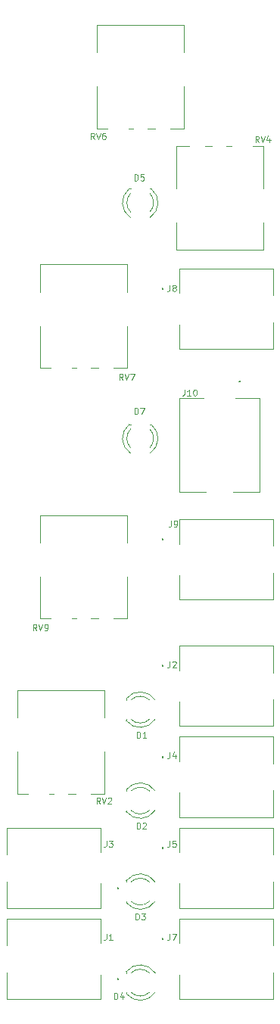
<source format=gbr>
G04 #@! TF.GenerationSoftware,KiCad,Pcbnew,(5.1.6-0-10_14)*
G04 #@! TF.CreationDate,2020-11-24T01:57:39-08:00*
G04 #@! TF.ProjectId,vcf-20,7663662d-3230-42e6-9b69-6361645f7063,rev?*
G04 #@! TF.SameCoordinates,Original*
G04 #@! TF.FileFunction,Legend,Top*
G04 #@! TF.FilePolarity,Positive*
%FSLAX46Y46*%
G04 Gerber Fmt 4.6, Leading zero omitted, Abs format (unit mm)*
G04 Created by KiCad (PCBNEW (5.1.6-0-10_14)) date 2020-11-24 01:57:39*
%MOMM*%
%LPD*%
G01*
G04 APERTURE LIST*
%ADD10C,0.200000*%
%ADD11C,0.100000*%
%ADD12C,0.120000*%
G04 APERTURE END LIST*
D10*
X26320000Y-50470000D02*
G75*
G02*
X26420000Y-50470000I50000J0D01*
G01*
X26420000Y-50470000D02*
G75*
G02*
X26320000Y-50470000I-50000J0D01*
G01*
X26320000Y-50470000D02*
G75*
G02*
X26420000Y-50470000I50000J0D01*
G01*
X26420000Y-50470000D02*
X26420000Y-50470000D01*
X26320000Y-50470000D02*
X26320000Y-50470000D01*
X26420000Y-50470000D02*
X26420000Y-50470000D01*
D11*
X19620000Y-62850000D02*
X19620000Y-62850000D01*
X22620000Y-62850000D02*
X19620000Y-62850000D01*
X22620000Y-62850000D02*
X22620000Y-62850000D01*
X19620000Y-62850000D02*
X22620000Y-62850000D01*
X19620000Y-62850000D02*
X19620000Y-52350000D01*
X19620000Y-62850000D02*
X19620000Y-62850000D01*
X19620000Y-52350000D02*
X19620000Y-62850000D01*
X19620000Y-52350000D02*
X19620000Y-52350000D01*
X22370000Y-52370000D02*
X22370000Y-52370000D01*
X19620000Y-52370000D02*
X22370000Y-52370000D01*
X19620000Y-52370000D02*
X19620000Y-52370000D01*
X22370000Y-52370000D02*
X19620000Y-52370000D01*
X28620000Y-52350000D02*
X28620000Y-52350000D01*
X25870000Y-52350000D02*
X28620000Y-52350000D01*
X25870000Y-52350000D02*
X25870000Y-52350000D01*
X28620000Y-52350000D02*
X25870000Y-52350000D01*
X28620000Y-52350000D02*
X28620000Y-62850000D01*
X28620000Y-52350000D02*
X28620000Y-52350000D01*
X28620000Y-62850000D02*
X28620000Y-52350000D01*
X28620000Y-62850000D02*
X28620000Y-62850000D01*
X25620000Y-62850000D02*
X25620000Y-62850000D01*
X28620000Y-62850000D02*
X25620000Y-62850000D01*
X28620000Y-62850000D02*
X28620000Y-62850000D01*
X25620000Y-62850000D02*
X28620000Y-62850000D01*
D10*
X17740000Y-40160000D02*
G75*
G02*
X17740000Y-40060000I0J50000D01*
G01*
X17740000Y-40060000D02*
G75*
G02*
X17740000Y-40160000I0J-50000D01*
G01*
X17740000Y-40160000D02*
G75*
G02*
X17740000Y-40060000I0J50000D01*
G01*
X17740000Y-40060000D02*
X17740000Y-40060000D01*
X17740000Y-40160000D02*
X17740000Y-40160000D01*
X17740000Y-40060000D02*
X17740000Y-40060000D01*
D11*
X30120000Y-46860000D02*
X30120000Y-46860000D01*
X30120000Y-43860000D02*
X30120000Y-46860000D01*
X30120000Y-43860000D02*
X30120000Y-43860000D01*
X30120000Y-46860000D02*
X30120000Y-43860000D01*
X30120000Y-46860000D02*
X19620000Y-46860000D01*
X30120000Y-46860000D02*
X30120000Y-46860000D01*
X19620000Y-46860000D02*
X30120000Y-46860000D01*
X19620000Y-46860000D02*
X19620000Y-46860000D01*
X19640000Y-44110000D02*
X19640000Y-44110000D01*
X19640000Y-46860000D02*
X19640000Y-44110000D01*
X19640000Y-46860000D02*
X19640000Y-46860000D01*
X19640000Y-44110000D02*
X19640000Y-46860000D01*
X19620000Y-37860000D02*
X19620000Y-37860000D01*
X19620000Y-40610000D02*
X19620000Y-37860000D01*
X19620000Y-40610000D02*
X19620000Y-40610000D01*
X19620000Y-37860000D02*
X19620000Y-40610000D01*
X19620000Y-37860000D02*
X30120000Y-37860000D01*
X19620000Y-37860000D02*
X19620000Y-37860000D01*
X30120000Y-37860000D02*
X19620000Y-37860000D01*
X30120000Y-37860000D02*
X30120000Y-37860000D01*
X30120000Y-40860000D02*
X30120000Y-40860000D01*
X30120000Y-37860000D02*
X30120000Y-40860000D01*
X30120000Y-37860000D02*
X30120000Y-37860000D01*
X30120000Y-40860000D02*
X30120000Y-37860000D01*
D10*
X17740000Y-112880000D02*
G75*
G02*
X17740000Y-112780000I0J50000D01*
G01*
X17740000Y-112780000D02*
G75*
G02*
X17740000Y-112880000I0J-50000D01*
G01*
X17740000Y-112880000D02*
G75*
G02*
X17740000Y-112780000I0J50000D01*
G01*
X17740000Y-112780000D02*
X17740000Y-112780000D01*
X17740000Y-112880000D02*
X17740000Y-112880000D01*
X17740000Y-112780000D02*
X17740000Y-112780000D01*
D11*
X30120000Y-119580000D02*
X30120000Y-119580000D01*
X30120000Y-116580000D02*
X30120000Y-119580000D01*
X30120000Y-116580000D02*
X30120000Y-116580000D01*
X30120000Y-119580000D02*
X30120000Y-116580000D01*
X30120000Y-119580000D02*
X19620000Y-119580000D01*
X30120000Y-119580000D02*
X30120000Y-119580000D01*
X19620000Y-119580000D02*
X30120000Y-119580000D01*
X19620000Y-119580000D02*
X19620000Y-119580000D01*
X19640000Y-116830000D02*
X19640000Y-116830000D01*
X19640000Y-119580000D02*
X19640000Y-116830000D01*
X19640000Y-119580000D02*
X19640000Y-119580000D01*
X19640000Y-116830000D02*
X19640000Y-119580000D01*
X19620000Y-110580000D02*
X19620000Y-110580000D01*
X19620000Y-113330000D02*
X19620000Y-110580000D01*
X19620000Y-113330000D02*
X19620000Y-113330000D01*
X19620000Y-110580000D02*
X19620000Y-113330000D01*
X19620000Y-110580000D02*
X30120000Y-110580000D01*
X19620000Y-110580000D02*
X19620000Y-110580000D01*
X30120000Y-110580000D02*
X19620000Y-110580000D01*
X30120000Y-110580000D02*
X30120000Y-110580000D01*
X30120000Y-113580000D02*
X30120000Y-113580000D01*
X30120000Y-110580000D02*
X30120000Y-113580000D01*
X30120000Y-110580000D02*
X30120000Y-110580000D01*
X30120000Y-113580000D02*
X30120000Y-110580000D01*
D10*
X12730000Y-107100000D02*
G75*
G02*
X12730000Y-107200000I0J-50000D01*
G01*
X12730000Y-107200000D02*
G75*
G02*
X12730000Y-107100000I0J50000D01*
G01*
X12730000Y-107100000D02*
G75*
G02*
X12730000Y-107200000I0J-50000D01*
G01*
X12730000Y-107200000D02*
X12730000Y-107200000D01*
X12730000Y-107100000D02*
X12730000Y-107100000D01*
X12730000Y-107200000D02*
X12730000Y-107200000D01*
D11*
X350000Y-100400000D02*
X350000Y-100400000D01*
X350000Y-103400000D02*
X350000Y-100400000D01*
X350000Y-103400000D02*
X350000Y-103400000D01*
X350000Y-100400000D02*
X350000Y-103400000D01*
X350000Y-100400000D02*
X10850000Y-100400000D01*
X350000Y-100400000D02*
X350000Y-100400000D01*
X10850000Y-100400000D02*
X350000Y-100400000D01*
X10850000Y-100400000D02*
X10850000Y-100400000D01*
X10830000Y-103150000D02*
X10830000Y-103150000D01*
X10830000Y-100400000D02*
X10830000Y-103150000D01*
X10830000Y-100400000D02*
X10830000Y-100400000D01*
X10830000Y-103150000D02*
X10830000Y-100400000D01*
X10850000Y-109400000D02*
X10850000Y-109400000D01*
X10850000Y-106650000D02*
X10850000Y-109400000D01*
X10850000Y-106650000D02*
X10850000Y-106650000D01*
X10850000Y-109400000D02*
X10850000Y-106650000D01*
X10850000Y-109400000D02*
X350000Y-109400000D01*
X10850000Y-109400000D02*
X10850000Y-109400000D01*
X350000Y-109400000D02*
X10850000Y-109400000D01*
X350000Y-109400000D02*
X350000Y-109400000D01*
X350000Y-106400000D02*
X350000Y-106400000D01*
X350000Y-109400000D02*
X350000Y-106400000D01*
X350000Y-109400000D02*
X350000Y-109400000D01*
X350000Y-106400000D02*
X350000Y-109400000D01*
D10*
X17740000Y-68190000D02*
G75*
G02*
X17740000Y-68090000I0J50000D01*
G01*
X17740000Y-68090000D02*
G75*
G02*
X17740000Y-68190000I0J-50000D01*
G01*
X17740000Y-68190000D02*
G75*
G02*
X17740000Y-68090000I0J50000D01*
G01*
X17740000Y-68090000D02*
X17740000Y-68090000D01*
X17740000Y-68190000D02*
X17740000Y-68190000D01*
X17740000Y-68090000D02*
X17740000Y-68090000D01*
D11*
X30120000Y-74890000D02*
X30120000Y-74890000D01*
X30120000Y-71890000D02*
X30120000Y-74890000D01*
X30120000Y-71890000D02*
X30120000Y-71890000D01*
X30120000Y-74890000D02*
X30120000Y-71890000D01*
X30120000Y-74890000D02*
X19620000Y-74890000D01*
X30120000Y-74890000D02*
X30120000Y-74890000D01*
X19620000Y-74890000D02*
X30120000Y-74890000D01*
X19620000Y-74890000D02*
X19620000Y-74890000D01*
X19640000Y-72140000D02*
X19640000Y-72140000D01*
X19640000Y-74890000D02*
X19640000Y-72140000D01*
X19640000Y-74890000D02*
X19640000Y-74890000D01*
X19640000Y-72140000D02*
X19640000Y-74890000D01*
X19620000Y-65890000D02*
X19620000Y-65890000D01*
X19620000Y-68640000D02*
X19620000Y-65890000D01*
X19620000Y-68640000D02*
X19620000Y-68640000D01*
X19620000Y-65890000D02*
X19620000Y-68640000D01*
X19620000Y-65890000D02*
X30120000Y-65890000D01*
X19620000Y-65890000D02*
X19620000Y-65890000D01*
X30120000Y-65890000D02*
X19620000Y-65890000D01*
X30120000Y-65890000D02*
X30120000Y-65890000D01*
X30120000Y-68890000D02*
X30120000Y-68890000D01*
X30120000Y-65890000D02*
X30120000Y-68890000D01*
X30120000Y-65890000D02*
X30120000Y-65890000D01*
X30120000Y-68890000D02*
X30120000Y-65890000D01*
D10*
X17740000Y-102700000D02*
G75*
G02*
X17740000Y-102600000I0J50000D01*
G01*
X17740000Y-102600000D02*
G75*
G02*
X17740000Y-102700000I0J-50000D01*
G01*
X17740000Y-102700000D02*
G75*
G02*
X17740000Y-102600000I0J50000D01*
G01*
X17740000Y-102600000D02*
X17740000Y-102600000D01*
X17740000Y-102700000D02*
X17740000Y-102700000D01*
X17740000Y-102600000D02*
X17740000Y-102600000D01*
D11*
X30120000Y-109400000D02*
X30120000Y-109400000D01*
X30120000Y-106400000D02*
X30120000Y-109400000D01*
X30120000Y-106400000D02*
X30120000Y-106400000D01*
X30120000Y-109400000D02*
X30120000Y-106400000D01*
X30120000Y-109400000D02*
X19620000Y-109400000D01*
X30120000Y-109400000D02*
X30120000Y-109400000D01*
X19620000Y-109400000D02*
X30120000Y-109400000D01*
X19620000Y-109400000D02*
X19620000Y-109400000D01*
X19640000Y-106650000D02*
X19640000Y-106650000D01*
X19640000Y-109400000D02*
X19640000Y-106650000D01*
X19640000Y-109400000D02*
X19640000Y-109400000D01*
X19640000Y-106650000D02*
X19640000Y-109400000D01*
X19620000Y-100400000D02*
X19620000Y-100400000D01*
X19620000Y-103150000D02*
X19620000Y-100400000D01*
X19620000Y-103150000D02*
X19620000Y-103150000D01*
X19620000Y-100400000D02*
X19620000Y-103150000D01*
X19620000Y-100400000D02*
X30120000Y-100400000D01*
X19620000Y-100400000D02*
X19620000Y-100400000D01*
X30120000Y-100400000D02*
X19620000Y-100400000D01*
X30120000Y-100400000D02*
X30120000Y-100400000D01*
X30120000Y-103400000D02*
X30120000Y-103400000D01*
X30120000Y-100400000D02*
X30120000Y-103400000D01*
X30120000Y-100400000D02*
X30120000Y-100400000D01*
X30120000Y-103400000D02*
X30120000Y-100400000D01*
D10*
X17740000Y-92520000D02*
G75*
G02*
X17740000Y-92420000I0J50000D01*
G01*
X17740000Y-92420000D02*
G75*
G02*
X17740000Y-92520000I0J-50000D01*
G01*
X17740000Y-92520000D02*
G75*
G02*
X17740000Y-92420000I0J50000D01*
G01*
X17740000Y-92420000D02*
X17740000Y-92420000D01*
X17740000Y-92520000D02*
X17740000Y-92520000D01*
X17740000Y-92420000D02*
X17740000Y-92420000D01*
D11*
X30120000Y-99220000D02*
X30120000Y-99220000D01*
X30120000Y-96220000D02*
X30120000Y-99220000D01*
X30120000Y-96220000D02*
X30120000Y-96220000D01*
X30120000Y-99220000D02*
X30120000Y-96220000D01*
X30120000Y-99220000D02*
X19620000Y-99220000D01*
X30120000Y-99220000D02*
X30120000Y-99220000D01*
X19620000Y-99220000D02*
X30120000Y-99220000D01*
X19620000Y-99220000D02*
X19620000Y-99220000D01*
X19640000Y-96470000D02*
X19640000Y-96470000D01*
X19640000Y-99220000D02*
X19640000Y-96470000D01*
X19640000Y-99220000D02*
X19640000Y-99220000D01*
X19640000Y-96470000D02*
X19640000Y-99220000D01*
X19620000Y-90220000D02*
X19620000Y-90220000D01*
X19620000Y-92970000D02*
X19620000Y-90220000D01*
X19620000Y-92970000D02*
X19620000Y-92970000D01*
X19620000Y-90220000D02*
X19620000Y-92970000D01*
X19620000Y-90220000D02*
X30120000Y-90220000D01*
X19620000Y-90220000D02*
X19620000Y-90220000D01*
X30120000Y-90220000D02*
X19620000Y-90220000D01*
X30120000Y-90220000D02*
X30120000Y-90220000D01*
X30120000Y-93220000D02*
X30120000Y-93220000D01*
X30120000Y-90220000D02*
X30120000Y-93220000D01*
X30120000Y-90220000D02*
X30120000Y-90220000D01*
X30120000Y-93220000D02*
X30120000Y-90220000D01*
D10*
X12730000Y-117280000D02*
G75*
G02*
X12730000Y-117380000I0J-50000D01*
G01*
X12730000Y-117380000D02*
G75*
G02*
X12730000Y-117280000I0J50000D01*
G01*
X12730000Y-117280000D02*
G75*
G02*
X12730000Y-117380000I0J-50000D01*
G01*
X12730000Y-117380000D02*
X12730000Y-117380000D01*
X12730000Y-117280000D02*
X12730000Y-117280000D01*
X12730000Y-117380000D02*
X12730000Y-117380000D01*
D11*
X350000Y-110580000D02*
X350000Y-110580000D01*
X350000Y-113580000D02*
X350000Y-110580000D01*
X350000Y-113580000D02*
X350000Y-113580000D01*
X350000Y-110580000D02*
X350000Y-113580000D01*
X350000Y-110580000D02*
X10850000Y-110580000D01*
X350000Y-110580000D02*
X350000Y-110580000D01*
X10850000Y-110580000D02*
X350000Y-110580000D01*
X10850000Y-110580000D02*
X10850000Y-110580000D01*
X10830000Y-113330000D02*
X10830000Y-113330000D01*
X10830000Y-110580000D02*
X10830000Y-113330000D01*
X10830000Y-110580000D02*
X10830000Y-110580000D01*
X10830000Y-113330000D02*
X10830000Y-110580000D01*
X10850000Y-119580000D02*
X10850000Y-119580000D01*
X10850000Y-116830000D02*
X10850000Y-119580000D01*
X10850000Y-116830000D02*
X10850000Y-116830000D01*
X10850000Y-119580000D02*
X10850000Y-116830000D01*
X10850000Y-119580000D02*
X350000Y-119580000D01*
X10850000Y-119580000D02*
X10850000Y-119580000D01*
X350000Y-119580000D02*
X10850000Y-119580000D01*
X350000Y-119580000D02*
X350000Y-119580000D01*
X350000Y-116580000D02*
X350000Y-116580000D01*
X350000Y-119580000D02*
X350000Y-116580000D01*
X350000Y-119580000D02*
X350000Y-119580000D01*
X350000Y-116580000D02*
X350000Y-119580000D01*
D10*
X17740000Y-82340000D02*
G75*
G02*
X17740000Y-82240000I0J50000D01*
G01*
X17740000Y-82240000D02*
G75*
G02*
X17740000Y-82340000I0J-50000D01*
G01*
X17740000Y-82340000D02*
G75*
G02*
X17740000Y-82240000I0J50000D01*
G01*
X17740000Y-82240000D02*
X17740000Y-82240000D01*
X17740000Y-82340000D02*
X17740000Y-82340000D01*
X17740000Y-82240000D02*
X17740000Y-82240000D01*
D11*
X30120000Y-89040000D02*
X30120000Y-89040000D01*
X30120000Y-86040000D02*
X30120000Y-89040000D01*
X30120000Y-86040000D02*
X30120000Y-86040000D01*
X30120000Y-89040000D02*
X30120000Y-86040000D01*
X30120000Y-89040000D02*
X19620000Y-89040000D01*
X30120000Y-89040000D02*
X30120000Y-89040000D01*
X19620000Y-89040000D02*
X30120000Y-89040000D01*
X19620000Y-89040000D02*
X19620000Y-89040000D01*
X19640000Y-86290000D02*
X19640000Y-86290000D01*
X19640000Y-89040000D02*
X19640000Y-86290000D01*
X19640000Y-89040000D02*
X19640000Y-89040000D01*
X19640000Y-86290000D02*
X19640000Y-89040000D01*
X19620000Y-80040000D02*
X19620000Y-80040000D01*
X19620000Y-82790000D02*
X19620000Y-80040000D01*
X19620000Y-82790000D02*
X19620000Y-82790000D01*
X19620000Y-80040000D02*
X19620000Y-82790000D01*
X19620000Y-80040000D02*
X30120000Y-80040000D01*
X19620000Y-80040000D02*
X19620000Y-80040000D01*
X30120000Y-80040000D02*
X19620000Y-80040000D01*
X30120000Y-80040000D02*
X30120000Y-80040000D01*
X30120000Y-83040000D02*
X30120000Y-83040000D01*
X30120000Y-80040000D02*
X30120000Y-83040000D01*
X30120000Y-80040000D02*
X30120000Y-80040000D01*
X30120000Y-83040000D02*
X30120000Y-80040000D01*
D12*
X19250000Y-35750000D02*
X28990000Y-35750000D01*
X19250000Y-24160000D02*
X20740000Y-24160000D01*
X19250000Y-32690000D02*
X19250000Y-35750000D01*
X29000000Y-24160000D02*
X29000000Y-28880000D01*
X28990000Y-32690000D02*
X28990000Y-35750000D01*
X19250000Y-24160000D02*
X19250000Y-28880000D01*
X27810000Y-24160000D02*
X28990000Y-24160000D01*
X24910000Y-24160000D02*
X25440000Y-24160000D01*
X22460000Y-24160000D02*
X23290000Y-24160000D01*
X13760000Y-37390000D02*
X4020000Y-37390000D01*
X13760000Y-48980000D02*
X12270000Y-48980000D01*
X13760000Y-40450000D02*
X13760000Y-37390000D01*
X4010000Y-48980000D02*
X4010000Y-44260000D01*
X4020000Y-40450000D02*
X4020000Y-37390000D01*
X13760000Y-48980000D02*
X13760000Y-44260000D01*
X5200000Y-48980000D02*
X4020000Y-48980000D01*
X8100000Y-48980000D02*
X7570000Y-48980000D01*
X10550000Y-48980000D02*
X9720000Y-48980000D01*
X11220000Y-84990000D02*
X1480000Y-84990000D01*
X11220000Y-96580000D02*
X9730000Y-96580000D01*
X11220000Y-88050000D02*
X11220000Y-84990000D01*
X1470000Y-96580000D02*
X1470000Y-91860000D01*
X1480000Y-88050000D02*
X1480000Y-84990000D01*
X11220000Y-96580000D02*
X11220000Y-91860000D01*
X2660000Y-96580000D02*
X1480000Y-96580000D01*
X5560000Y-96580000D02*
X5030000Y-96580000D01*
X8010000Y-96580000D02*
X7180000Y-96580000D01*
X13760000Y-65420400D02*
X4020000Y-65420400D01*
X13760000Y-77010400D02*
X12270000Y-77010400D01*
X13760000Y-68480400D02*
X13760000Y-65420400D01*
X4010000Y-77010400D02*
X4010000Y-72290400D01*
X4020000Y-68480400D02*
X4020000Y-65420400D01*
X13760000Y-77010400D02*
X13760000Y-72290400D01*
X5200000Y-77010400D02*
X4020000Y-77010400D01*
X8100000Y-77010400D02*
X7570000Y-77010400D01*
X10550000Y-77010400D02*
X9720000Y-77010400D01*
X20110000Y-10589800D02*
X10370000Y-10589800D01*
X20110000Y-22179800D02*
X18620000Y-22179800D01*
X20110000Y-13649800D02*
X20110000Y-10589800D01*
X10360000Y-22179800D02*
X10360000Y-17459800D01*
X10370000Y-13649800D02*
X10370000Y-10589800D01*
X20110000Y-22179800D02*
X20110000Y-17459800D01*
X11550000Y-22179800D02*
X10370000Y-22179800D01*
X14450000Y-22179800D02*
X13920000Y-22179800D01*
X16900000Y-22179800D02*
X16070000Y-22179800D01*
X13680000Y-108629000D02*
X13680000Y-108785000D01*
X13680000Y-106313000D02*
X13680000Y-106469000D01*
X16281130Y-108628837D02*
G75*
G02*
X14199039Y-108629000I-1041130J1079837D01*
G01*
X16281130Y-106469163D02*
G75*
G03*
X14199039Y-106469000I-1041130J-1079837D01*
G01*
X16912335Y-108627608D02*
G75*
G02*
X13680000Y-108784516I-1672335J1078608D01*
G01*
X16912335Y-106470392D02*
G75*
G03*
X13680000Y-106313484I-1672335J-1078608D01*
G01*
X14160000Y-55285200D02*
X14004000Y-55285200D01*
X16476000Y-55285200D02*
X16320000Y-55285200D01*
X14160163Y-57886330D02*
G75*
G02*
X14160000Y-55804239I1079837J1041130D01*
G01*
X16319837Y-57886330D02*
G75*
G03*
X16320000Y-55804239I-1079837J1041130D01*
G01*
X14161392Y-58517535D02*
G75*
G02*
X14004484Y-55285200I1078608J1672335D01*
G01*
X16318608Y-58517535D02*
G75*
G03*
X16475516Y-55285200I-1078608J1672335D01*
G01*
X13680000Y-118809000D02*
X13680000Y-118965000D01*
X13680000Y-116493000D02*
X13680000Y-116649000D01*
X16281130Y-118808837D02*
G75*
G02*
X14199039Y-118809000I-1041130J1079837D01*
G01*
X16281130Y-116649163D02*
G75*
G03*
X14199039Y-116649000I-1041130J-1079837D01*
G01*
X16912335Y-118807608D02*
G75*
G02*
X13680000Y-118964516I-1672335J1078608D01*
G01*
X16912335Y-116650392D02*
G75*
G03*
X13680000Y-116493484I-1672335J-1078608D01*
G01*
X13680000Y-98449000D02*
X13680000Y-98605000D01*
X13680000Y-96133000D02*
X13680000Y-96289000D01*
X16281130Y-98448837D02*
G75*
G02*
X14199039Y-98449000I-1041130J1079837D01*
G01*
X16281130Y-96289163D02*
G75*
G03*
X14199039Y-96289000I-1041130J-1079837D01*
G01*
X16912335Y-98447608D02*
G75*
G02*
X13680000Y-98604516I-1672335J1078608D01*
G01*
X16912335Y-96290392D02*
G75*
G03*
X13680000Y-96133484I-1672335J-1078608D01*
G01*
X13680000Y-88269000D02*
X13680000Y-88425000D01*
X13680000Y-85953000D02*
X13680000Y-86109000D01*
X16281130Y-88268837D02*
G75*
G02*
X14199039Y-88269000I-1041130J1079837D01*
G01*
X16281130Y-86109163D02*
G75*
G03*
X14199039Y-86109000I-1041130J-1079837D01*
G01*
X16912335Y-88267608D02*
G75*
G02*
X13680000Y-88424516I-1672335J1078608D01*
G01*
X16912335Y-86110392D02*
G75*
G03*
X13680000Y-85953484I-1672335J-1078608D01*
G01*
X14160000Y-28920000D02*
X14004000Y-28920000D01*
X16476000Y-28920000D02*
X16320000Y-28920000D01*
X14160163Y-31521130D02*
G75*
G02*
X14160000Y-29439039I1079837J1041130D01*
G01*
X16319837Y-31521130D02*
G75*
G03*
X16320000Y-29439039I-1079837J1041130D01*
G01*
X14161392Y-32152335D02*
G75*
G02*
X14004484Y-28920000I1078608J1672335D01*
G01*
X16318608Y-32152335D02*
G75*
G03*
X16475516Y-28920000I-1078608J1672335D01*
G01*
D11*
X20197833Y-51369166D02*
X20197833Y-51869166D01*
X20164500Y-51969166D01*
X20097833Y-52035833D01*
X19997833Y-52069166D01*
X19931166Y-52069166D01*
X20897833Y-52069166D02*
X20497833Y-52069166D01*
X20697833Y-52069166D02*
X20697833Y-51369166D01*
X20631166Y-51469166D01*
X20564500Y-51535833D01*
X20497833Y-51569166D01*
X21331166Y-51369166D02*
X21397833Y-51369166D01*
X21464500Y-51402500D01*
X21497833Y-51435833D01*
X21531166Y-51502500D01*
X21564500Y-51635833D01*
X21564500Y-51802500D01*
X21531166Y-51935833D01*
X21497833Y-52002500D01*
X21464500Y-52035833D01*
X21397833Y-52069166D01*
X21331166Y-52069166D01*
X21264500Y-52035833D01*
X21231166Y-52002500D01*
X21197833Y-51935833D01*
X21164500Y-51802500D01*
X21164500Y-51635833D01*
X21197833Y-51502500D01*
X21231166Y-51435833D01*
X21264500Y-51402500D01*
X21331166Y-51369166D01*
X18552666Y-39690666D02*
X18552666Y-40190666D01*
X18519333Y-40290666D01*
X18452666Y-40357333D01*
X18352666Y-40390666D01*
X18286000Y-40390666D01*
X18986000Y-39990666D02*
X18919333Y-39957333D01*
X18886000Y-39924000D01*
X18852666Y-39857333D01*
X18852666Y-39824000D01*
X18886000Y-39757333D01*
X18919333Y-39724000D01*
X18986000Y-39690666D01*
X19119333Y-39690666D01*
X19186000Y-39724000D01*
X19219333Y-39757333D01*
X19252666Y-39824000D01*
X19252666Y-39857333D01*
X19219333Y-39924000D01*
X19186000Y-39957333D01*
X19119333Y-39990666D01*
X18986000Y-39990666D01*
X18919333Y-40024000D01*
X18886000Y-40057333D01*
X18852666Y-40124000D01*
X18852666Y-40257333D01*
X18886000Y-40324000D01*
X18919333Y-40357333D01*
X18986000Y-40390666D01*
X19119333Y-40390666D01*
X19186000Y-40357333D01*
X19219333Y-40324000D01*
X19252666Y-40257333D01*
X19252666Y-40124000D01*
X19219333Y-40057333D01*
X19186000Y-40024000D01*
X19119333Y-39990666D01*
X18549666Y-112263666D02*
X18549666Y-112763666D01*
X18516333Y-112863666D01*
X18449666Y-112930333D01*
X18349666Y-112963666D01*
X18283000Y-112963666D01*
X18816333Y-112263666D02*
X19283000Y-112263666D01*
X18983000Y-112963666D01*
X11453666Y-101849666D02*
X11453666Y-102349666D01*
X11420333Y-102449666D01*
X11353666Y-102516333D01*
X11253666Y-102549666D01*
X11187000Y-102549666D01*
X11720333Y-101849666D02*
X12153666Y-101849666D01*
X11920333Y-102116333D01*
X12020333Y-102116333D01*
X12087000Y-102149666D01*
X12120333Y-102183000D01*
X12153666Y-102249666D01*
X12153666Y-102416333D01*
X12120333Y-102483000D01*
X12087000Y-102516333D01*
X12020333Y-102549666D01*
X11820333Y-102549666D01*
X11753666Y-102516333D01*
X11720333Y-102483000D01*
X18689666Y-66037666D02*
X18689666Y-66537666D01*
X18656333Y-66637666D01*
X18589666Y-66704333D01*
X18489666Y-66737666D01*
X18423000Y-66737666D01*
X19056333Y-66737666D02*
X19189666Y-66737666D01*
X19256333Y-66704333D01*
X19289666Y-66671000D01*
X19356333Y-66571000D01*
X19389666Y-66437666D01*
X19389666Y-66171000D01*
X19356333Y-66104333D01*
X19323000Y-66071000D01*
X19256333Y-66037666D01*
X19123000Y-66037666D01*
X19056333Y-66071000D01*
X19023000Y-66104333D01*
X18989666Y-66171000D01*
X18989666Y-66337666D01*
X19023000Y-66404333D01*
X19056333Y-66437666D01*
X19123000Y-66471000D01*
X19256333Y-66471000D01*
X19323000Y-66437666D01*
X19356333Y-66404333D01*
X19389666Y-66337666D01*
X18549666Y-101849666D02*
X18549666Y-102349666D01*
X18516333Y-102449666D01*
X18449666Y-102516333D01*
X18349666Y-102549666D01*
X18283000Y-102549666D01*
X19216333Y-101849666D02*
X18883000Y-101849666D01*
X18849666Y-102183000D01*
X18883000Y-102149666D01*
X18949666Y-102116333D01*
X19116333Y-102116333D01*
X19183000Y-102149666D01*
X19216333Y-102183000D01*
X19249666Y-102249666D01*
X19249666Y-102416333D01*
X19216333Y-102483000D01*
X19183000Y-102516333D01*
X19116333Y-102549666D01*
X18949666Y-102549666D01*
X18883000Y-102516333D01*
X18849666Y-102483000D01*
X18549666Y-91943666D02*
X18549666Y-92443666D01*
X18516333Y-92543666D01*
X18449666Y-92610333D01*
X18349666Y-92643666D01*
X18283000Y-92643666D01*
X19183000Y-92177000D02*
X19183000Y-92643666D01*
X19016333Y-91910333D02*
X18849666Y-92410333D01*
X19283000Y-92410333D01*
X11453666Y-112263666D02*
X11453666Y-112763666D01*
X11420333Y-112863666D01*
X11353666Y-112930333D01*
X11253666Y-112963666D01*
X11187000Y-112963666D01*
X12153666Y-112963666D02*
X11753666Y-112963666D01*
X11953666Y-112963666D02*
X11953666Y-112263666D01*
X11887000Y-112363666D01*
X11820333Y-112430333D01*
X11753666Y-112463666D01*
X18549666Y-81783666D02*
X18549666Y-82283666D01*
X18516333Y-82383666D01*
X18449666Y-82450333D01*
X18349666Y-82483666D01*
X18283000Y-82483666D01*
X18849666Y-81850333D02*
X18883000Y-81817000D01*
X18949666Y-81783666D01*
X19116333Y-81783666D01*
X19183000Y-81817000D01*
X19216333Y-81850333D01*
X19249666Y-81917000D01*
X19249666Y-81983666D01*
X19216333Y-82083666D01*
X18816333Y-82483666D01*
X19249666Y-82483666D01*
X28529333Y-23723666D02*
X28296000Y-23390333D01*
X28129333Y-23723666D02*
X28129333Y-23023666D01*
X28396000Y-23023666D01*
X28462666Y-23057000D01*
X28496000Y-23090333D01*
X28529333Y-23157000D01*
X28529333Y-23257000D01*
X28496000Y-23323666D01*
X28462666Y-23357000D01*
X28396000Y-23390333D01*
X28129333Y-23390333D01*
X28729333Y-23023666D02*
X28962666Y-23723666D01*
X29196000Y-23023666D01*
X29729333Y-23257000D02*
X29729333Y-23723666D01*
X29562666Y-22990333D02*
X29396000Y-23490333D01*
X29829333Y-23490333D01*
X13299333Y-50296666D02*
X13066000Y-49963333D01*
X12899333Y-50296666D02*
X12899333Y-49596666D01*
X13166000Y-49596666D01*
X13232666Y-49630000D01*
X13266000Y-49663333D01*
X13299333Y-49730000D01*
X13299333Y-49830000D01*
X13266000Y-49896666D01*
X13232666Y-49930000D01*
X13166000Y-49963333D01*
X12899333Y-49963333D01*
X13499333Y-49596666D02*
X13732666Y-50296666D01*
X13966000Y-49596666D01*
X14132666Y-49596666D02*
X14599333Y-49596666D01*
X14299333Y-50296666D01*
X10759333Y-97725666D02*
X10526000Y-97392333D01*
X10359333Y-97725666D02*
X10359333Y-97025666D01*
X10626000Y-97025666D01*
X10692666Y-97059000D01*
X10726000Y-97092333D01*
X10759333Y-97159000D01*
X10759333Y-97259000D01*
X10726000Y-97325666D01*
X10692666Y-97359000D01*
X10626000Y-97392333D01*
X10359333Y-97392333D01*
X10959333Y-97025666D02*
X11192666Y-97725666D01*
X11426000Y-97025666D01*
X11626000Y-97092333D02*
X11659333Y-97059000D01*
X11726000Y-97025666D01*
X11892666Y-97025666D01*
X11959333Y-97059000D01*
X11992666Y-97092333D01*
X12026000Y-97159000D01*
X12026000Y-97225666D01*
X11992666Y-97325666D01*
X11592666Y-97725666D01*
X12026000Y-97725666D01*
X3647333Y-78334066D02*
X3414000Y-78000733D01*
X3247333Y-78334066D02*
X3247333Y-77634066D01*
X3514000Y-77634066D01*
X3580666Y-77667400D01*
X3614000Y-77700733D01*
X3647333Y-77767400D01*
X3647333Y-77867400D01*
X3614000Y-77934066D01*
X3580666Y-77967400D01*
X3514000Y-78000733D01*
X3247333Y-78000733D01*
X3847333Y-77634066D02*
X4080666Y-78334066D01*
X4314000Y-77634066D01*
X4580666Y-78334066D02*
X4714000Y-78334066D01*
X4780666Y-78300733D01*
X4814000Y-78267400D01*
X4880666Y-78167400D01*
X4914000Y-78034066D01*
X4914000Y-77767400D01*
X4880666Y-77700733D01*
X4847333Y-77667400D01*
X4780666Y-77634066D01*
X4647333Y-77634066D01*
X4580666Y-77667400D01*
X4547333Y-77700733D01*
X4514000Y-77767400D01*
X4514000Y-77934066D01*
X4547333Y-78000733D01*
X4580666Y-78034066D01*
X4647333Y-78067400D01*
X4780666Y-78067400D01*
X4847333Y-78034066D01*
X4880666Y-78000733D01*
X4914000Y-77934066D01*
X10124333Y-23376466D02*
X9891000Y-23043133D01*
X9724333Y-23376466D02*
X9724333Y-22676466D01*
X9991000Y-22676466D01*
X10057666Y-22709800D01*
X10091000Y-22743133D01*
X10124333Y-22809800D01*
X10124333Y-22909800D01*
X10091000Y-22976466D01*
X10057666Y-23009800D01*
X9991000Y-23043133D01*
X9724333Y-23043133D01*
X10324333Y-22676466D02*
X10557666Y-23376466D01*
X10791000Y-22676466D01*
X11324333Y-22676466D02*
X11191000Y-22676466D01*
X11124333Y-22709800D01*
X11091000Y-22743133D01*
X11024333Y-22843133D01*
X10991000Y-22976466D01*
X10991000Y-23243133D01*
X11024333Y-23309800D01*
X11057666Y-23343133D01*
X11124333Y-23376466D01*
X11257666Y-23376466D01*
X11324333Y-23343133D01*
X11357666Y-23309800D01*
X11391000Y-23243133D01*
X11391000Y-23076466D01*
X11357666Y-23009800D01*
X11324333Y-22976466D01*
X11257666Y-22943133D01*
X11124333Y-22943133D01*
X11057666Y-22976466D01*
X11024333Y-23009800D01*
X10991000Y-23076466D01*
X14723333Y-110679666D02*
X14723333Y-109979666D01*
X14890000Y-109979666D01*
X14990000Y-110013000D01*
X15056666Y-110079666D01*
X15090000Y-110146333D01*
X15123333Y-110279666D01*
X15123333Y-110379666D01*
X15090000Y-110513000D01*
X15056666Y-110579666D01*
X14990000Y-110646333D01*
X14890000Y-110679666D01*
X14723333Y-110679666D01*
X15356666Y-109979666D02*
X15790000Y-109979666D01*
X15556666Y-110246333D01*
X15656666Y-110246333D01*
X15723333Y-110279666D01*
X15756666Y-110313000D01*
X15790000Y-110379666D01*
X15790000Y-110546333D01*
X15756666Y-110613000D01*
X15723333Y-110646333D01*
X15656666Y-110679666D01*
X15456666Y-110679666D01*
X15390000Y-110646333D01*
X15356666Y-110613000D01*
X14596333Y-54113866D02*
X14596333Y-53413866D01*
X14763000Y-53413866D01*
X14863000Y-53447200D01*
X14929666Y-53513866D01*
X14963000Y-53580533D01*
X14996333Y-53713866D01*
X14996333Y-53813866D01*
X14963000Y-53947200D01*
X14929666Y-54013866D01*
X14863000Y-54080533D01*
X14763000Y-54113866D01*
X14596333Y-54113866D01*
X15229666Y-53413866D02*
X15696333Y-53413866D01*
X15396333Y-54113866D01*
X12310333Y-119569666D02*
X12310333Y-118869666D01*
X12477000Y-118869666D01*
X12577000Y-118903000D01*
X12643666Y-118969666D01*
X12677000Y-119036333D01*
X12710333Y-119169666D01*
X12710333Y-119269666D01*
X12677000Y-119403000D01*
X12643666Y-119469666D01*
X12577000Y-119536333D01*
X12477000Y-119569666D01*
X12310333Y-119569666D01*
X13310333Y-119103000D02*
X13310333Y-119569666D01*
X13143666Y-118836333D02*
X12977000Y-119336333D01*
X13410333Y-119336333D01*
X14850333Y-100519666D02*
X14850333Y-99819666D01*
X15017000Y-99819666D01*
X15117000Y-99853000D01*
X15183666Y-99919666D01*
X15217000Y-99986333D01*
X15250333Y-100119666D01*
X15250333Y-100219666D01*
X15217000Y-100353000D01*
X15183666Y-100419666D01*
X15117000Y-100486333D01*
X15017000Y-100519666D01*
X14850333Y-100519666D01*
X15517000Y-99886333D02*
X15550333Y-99853000D01*
X15617000Y-99819666D01*
X15783666Y-99819666D01*
X15850333Y-99853000D01*
X15883666Y-99886333D01*
X15917000Y-99953000D01*
X15917000Y-100019666D01*
X15883666Y-100119666D01*
X15483666Y-100519666D01*
X15917000Y-100519666D01*
X14850333Y-90359666D02*
X14850333Y-89659666D01*
X15017000Y-89659666D01*
X15117000Y-89693000D01*
X15183666Y-89759666D01*
X15217000Y-89826333D01*
X15250333Y-89959666D01*
X15250333Y-90059666D01*
X15217000Y-90193000D01*
X15183666Y-90259666D01*
X15117000Y-90326333D01*
X15017000Y-90359666D01*
X14850333Y-90359666D01*
X15917000Y-90359666D02*
X15517000Y-90359666D01*
X15717000Y-90359666D02*
X15717000Y-89659666D01*
X15650333Y-89759666D01*
X15583666Y-89826333D01*
X15517000Y-89859666D01*
X14596333Y-28002666D02*
X14596333Y-27302666D01*
X14763000Y-27302666D01*
X14863000Y-27336000D01*
X14929666Y-27402666D01*
X14963000Y-27469333D01*
X14996333Y-27602666D01*
X14996333Y-27702666D01*
X14963000Y-27836000D01*
X14929666Y-27902666D01*
X14863000Y-27969333D01*
X14763000Y-28002666D01*
X14596333Y-28002666D01*
X15629666Y-27302666D02*
X15296333Y-27302666D01*
X15263000Y-27636000D01*
X15296333Y-27602666D01*
X15363000Y-27569333D01*
X15529666Y-27569333D01*
X15596333Y-27602666D01*
X15629666Y-27636000D01*
X15663000Y-27702666D01*
X15663000Y-27869333D01*
X15629666Y-27936000D01*
X15596333Y-27969333D01*
X15529666Y-28002666D01*
X15363000Y-28002666D01*
X15296333Y-27969333D01*
X15263000Y-27936000D01*
M02*

</source>
